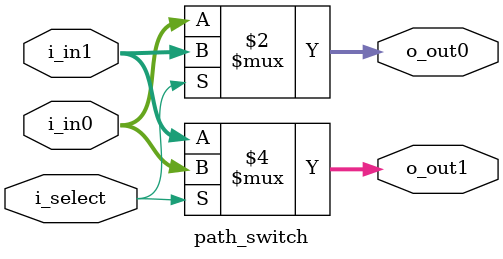
<source format=v>
`timescale 1ns / 1ps
module path_switch
    #(
        parameter VALUE_WIDTH = 17
    )
    (
        input i_select,

        input [VALUE_WIDTH-1:0] i_in0,
        input [VALUE_WIDTH-1:0] i_in1,

        output [VALUE_WIDTH-1:0] o_out0,
        output [VALUE_WIDTH-1:0] o_out1
    );
    localparam STATE_CROSSED = 1'b1;
    assign o_out0 = (i_select == STATE_CROSSED) ? i_in1 : i_in0;
    assign o_out1 = (i_select == STATE_CROSSED) ? i_in0 : i_in1;
endmodule    
</source>
